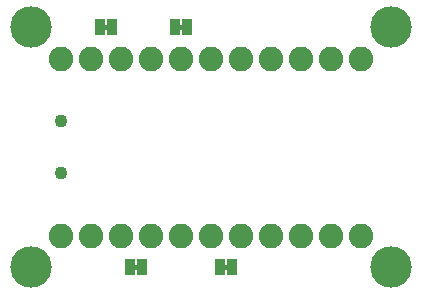
<source format=gbr>
G04 EAGLE Gerber RS-274X export*
G75*
%MOMM*%
%FSLAX34Y34*%
%LPD*%
%INSoldermask Bottom*%
%IPPOS*%
%AMOC8*
5,1,8,0,0,1.08239X$1,22.5*%
G01*
%ADD10C,0.406400*%
%ADD11C,1.103200*%
%ADD12C,3.505200*%
%ADD13C,2.082800*%
%ADD14R,0.838200X1.473200*%


D10*
X147320Y241300D02*
X157480Y241300D01*
X93980Y241300D02*
X83820Y241300D01*
X109220Y38100D02*
X119380Y38100D01*
X185420Y38100D02*
X195580Y38100D01*
D11*
X50800Y161700D03*
X50800Y117700D03*
D12*
X25400Y38100D03*
X25400Y241300D03*
X330200Y241300D03*
X330200Y38100D03*
D13*
X50800Y214630D03*
X76200Y214630D03*
X101600Y214630D03*
X127000Y214630D03*
X152400Y214630D03*
X177800Y214630D03*
X203200Y214630D03*
X228600Y214630D03*
X254000Y214630D03*
X279400Y214630D03*
X304800Y214630D03*
X304800Y64770D03*
X279400Y64770D03*
X254000Y64770D03*
X228600Y64770D03*
X203200Y64770D03*
X177800Y64770D03*
X152400Y64770D03*
X127000Y64770D03*
X101600Y64770D03*
X76200Y64770D03*
X50800Y64770D03*
D14*
X147320Y241300D03*
X157480Y241300D03*
X93980Y241300D03*
X83820Y241300D03*
X119380Y38100D03*
X109220Y38100D03*
X185420Y38100D03*
X195580Y38100D03*
M02*

</source>
